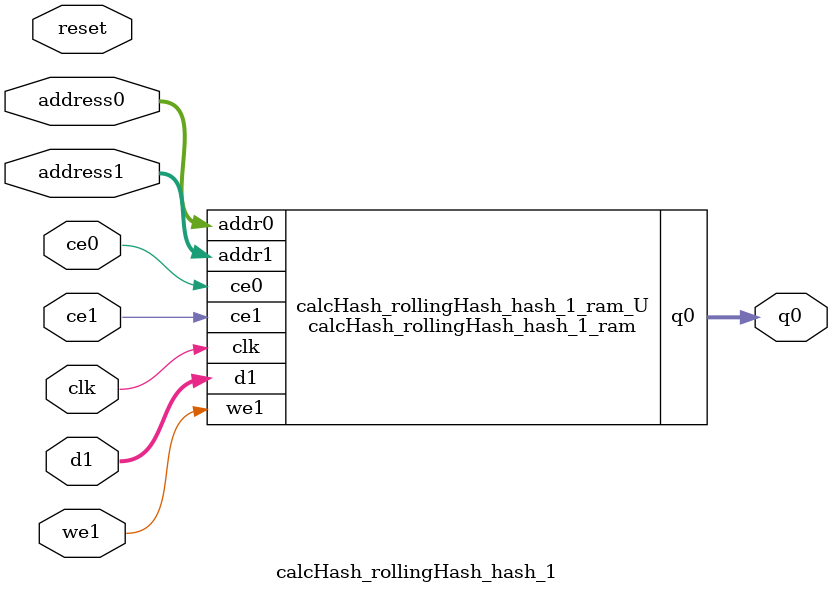
<source format=v>

`timescale 1 ns / 1 ps
module calcHash_rollingHash_hash_1_ram (addr0, ce0, q0, addr1, ce1, d1, we1,  clk);

parameter DWIDTH = 32;
parameter AWIDTH = 5;
parameter MEM_SIZE = 24;

input[AWIDTH-1:0] addr0;
input ce0;
output reg[DWIDTH-1:0] q0;
input[AWIDTH-1:0] addr1;
input ce1;
input[DWIDTH-1:0] d1;
input we1;
input clk;

(* ram_style = "block" *)reg [DWIDTH-1:0] ram[MEM_SIZE-1:0];




always @(posedge clk)  
begin 
    if (ce0) 
    begin
            q0 <= ram[addr0];
    end
end


always @(posedge clk)  
begin 
    if (ce1) 
    begin
        if (we1) 
        begin 
            ram[addr1] <= d1; 
        end 
    end
end


endmodule


`timescale 1 ns / 1 ps
module calcHash_rollingHash_hash_1(
    reset,
    clk,
    address0,
    ce0,
    q0,
    address1,
    ce1,
    we1,
    d1);

parameter DataWidth = 32'd32;
parameter AddressRange = 32'd24;
parameter AddressWidth = 32'd5;
input reset;
input clk;
input[AddressWidth - 1:0] address0;
input ce0;
output[DataWidth - 1:0] q0;
input[AddressWidth - 1:0] address1;
input ce1;
input we1;
input[DataWidth - 1:0] d1;



calcHash_rollingHash_hash_1_ram calcHash_rollingHash_hash_1_ram_U(
    .clk( clk ),
    .addr0( address0 ),
    .ce0( ce0 ),
    .q0( q0 ),
    .addr1( address1 ),
    .ce1( ce1 ),
    .d1( d1 ),
    .we1( we1 ));

endmodule


</source>
